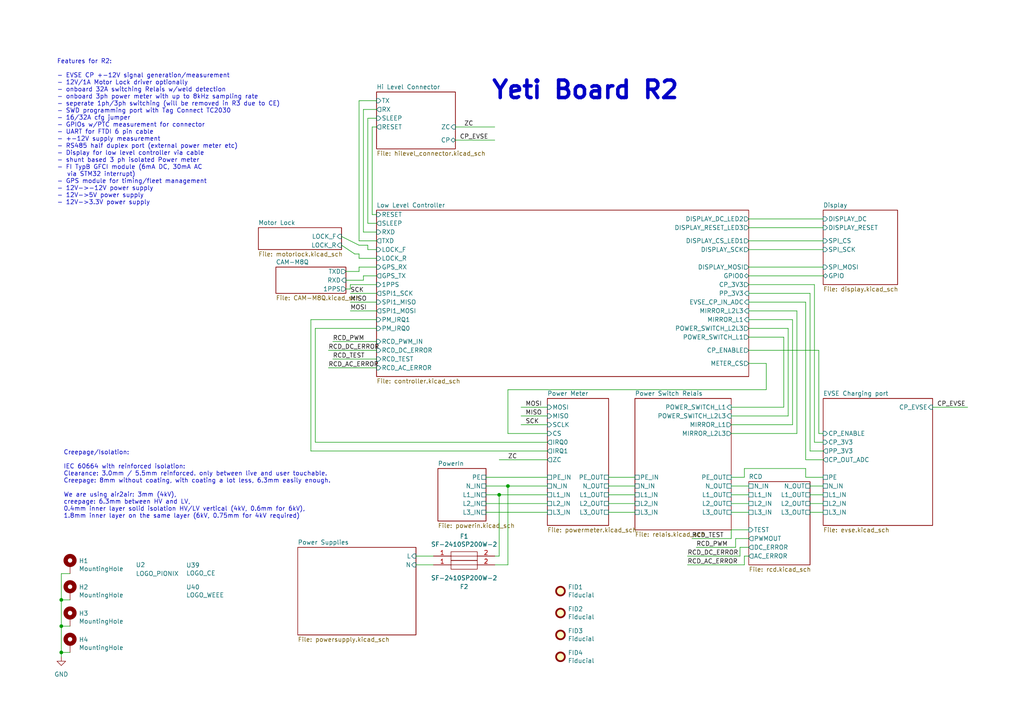
<source format=kicad_sch>
(kicad_sch (version 20211123) (generator eeschema)
  (paper "A4")
  (title_block (title "Yeti Board") (date "2021-05-14") (rev "02") (company "Pionix GmbH") (comment 1 "Cornelius Claussen"))
  (lib_symbols
    (symbol "Mechanical:Fiducial"
      (property "Reference" "FID" (at 0 5.08 0))
      (property "Value" "Fiducial" (at 0 3.175 0))
      (symbol "Fiducial_0_1"
        (circle (center 0 0) (radius 1.27) (stroke (width 0.508)) (fill (type background)))
      )
    )
    (symbol "Mechanical:MountingHole_Pad" (pin_numbers hide) (pin_names (offset 1.016) hide)
      (property "Reference" "H" (at 0 6.35 0))
      (property "Value" "MountingHole_Pad" (at 0 4.445 0))
      (symbol "MountingHole_Pad_0_1"
        (circle (center 0 1.27) (radius 1.27) (stroke (width 1.27)))
      )
      (symbol "MountingHole_Pad_1_1"
        (pin input line (at 0 -2.54 90) (length 2.54) (name "1") (number "1"))
      )
    )
    (symbol "ev-devboard:LOGO_CE" (pin_names (offset 1.016))
      (property "Reference" "U" (at 0 1.27 0))
      (property "Value" "LOGO_CE" (at 0 0 0))
    )
    (symbol "ev-devboard:LOGO_PIONIX" (pin_names (offset 1.016))
      (property "Reference" "U" (at 0 2.54 0))
      (property "Value" "LOGO_PIONIX" (at 0 -2.54 0))
    )
    (symbol "ev-devboard:LOGO_WEEE" (pin_names (offset 1.016))
      (property "Reference" "U" (at 0 1.27 0))
      (property "Value" "LOGO_WEEE" (at 0 0 0))
    )
    (symbol "ev-devboard:SF-2410SP200W" (pin_names (offset 0.762))
      (property "Reference" "F" (at -2.54 5.08 0))
      (property "Value" "SF-2410SP200W" (at -10.16 2.54 0))
      (symbol "SF-2410SP200W_0_0"
        (pin passive line (at -10.16 0 0) (length 5.08) (name "~") (number "1"))
        (pin passive line (at 7.62 0 180) (length 5.08) (name "~") (number "2"))
      )
      (symbol "SF-2410SP200W_0_1"
        (polyline (pts (xy -5.08 0) (xy 2.54 0)) (stroke (width 0.1524)))
        (polyline (pts (xy -5.08 1.27) (xy 2.54 1.27) (xy 2.54 -1.27) (xy -5.08 -1.27) (xy -5.08 1.27)) (stroke (width 0.1524)))
      )
    )
    (symbol "power:GND" (power) (pin_names (offset 0))
      (property "Value" "GND" (at 0 -3.81 0))
      (symbol "GND_0_1"
        (polyline (pts (xy 0 0) (xy 0 -1.27) (xy 1.27 -1.27) (xy 0 -2.54) (xy -1.27 -1.27) (xy 0 -1.27)))
      )
      (symbol "GND_1_1"
        (pin power_in line (at 0 0 270) (length 0) hide (name "GND") (number "1"))
      )
    )
  )
  (junction (at 147.32 140.97))
  (junction (at 17.78 173.99))
  (junction (at 17.78 189.23))
  (junction (at 144.78 143.51))
  (junction (at 17.78 181.61))
  (wire (pts (xy 105.41 31.75) (xy 109.22 31.75)))
  (wire (pts (xy 234.95 85.09) (xy 234.95 130.81)))
  (wire (pts (xy 231.14 125.73) (xy 231.14 90.17)))
  (wire (pts (xy 212.09 148.59) (xy 217.17 148.59)))
  (wire (pts (xy 104.14 69.85) (xy 109.22 69.85)))
  (wire (pts (xy 147.32 113.03) (xy 222.25 113.03)))
  (wire (pts (xy 107.95 36.83) (xy 109.22 36.83)))
  (wire (pts (xy 95.25 101.6) (xy 109.22 101.6)))
  (wire (pts (xy 236.22 128.27) (xy 238.76 128.27)))
  (wire (pts (xy 101.6 83.82) (xy 101.6 82.55)))
  (wire (pts (xy 147.32 140.97) (xy 158.75 140.97)))
  (wire (pts (xy 229.87 92.71) (xy 217.17 92.71)))
  (wire (pts (xy 217.17 77.47) (xy 238.76 77.47)))
  (wire (pts (xy 176.53 148.59) (xy 184.15 148.59)))
  (wire (pts (xy 144.78 161.29) (xy 144.78 143.51)))
  (wire (pts (xy 106.68 71.12) (xy 106.68 72.39)))
  (wire (pts (xy 104.14 71.12) (xy 106.68 71.12)))
  (wire (pts (xy 90.17 92.71) (xy 109.22 92.71)))
  (wire (pts (xy 90.17 130.81) (xy 90.17 92.71)))
  (wire (pts (xy 217.17 87.63) (xy 233.68 87.63)))
  (wire (pts (xy 199.39 161.29) (xy 214.63 161.29)))
  (wire (pts (xy 17.78 189.23) (xy 20.32 189.23)))
  (wire (pts (xy 109.22 29.21) (xy 104.14 29.21)))
  (wire (pts (xy 109.22 104.14) (xy 96.52 104.14)))
  (wire (pts (xy 214.63 158.75) (xy 214.63 161.29)))
  (wire (pts (xy 217.17 97.79) (xy 227.33 97.79)))
  (wire (pts (xy 91.44 128.27) (xy 91.44 95.25)))
  (wire (pts (xy 234.95 140.97) (xy 238.76 140.97)))
  (wire (pts (xy 147.32 163.83) (xy 147.32 140.97)))
  (wire (pts (xy 101.6 82.55) (xy 109.22 82.55)))
  (wire (pts (xy 106.68 34.29) (xy 106.68 64.77)))
  (wire (pts (xy 215.9 161.29) (xy 215.9 163.83)))
  (wire (pts (xy 212.09 146.05) (xy 217.17 146.05)))
  (wire (pts (xy 104.14 77.47) (xy 109.22 77.47)))
  (wire (pts (xy 101.6 87.63) (xy 109.22 87.63)))
  (wire (pts (xy 158.75 125.73) (xy 147.32 125.73)))
  (wire (pts (xy 109.22 74.93) (xy 104.14 74.93)))
  (wire (pts (xy 199.39 163.83) (xy 215.9 163.83)))
  (wire (pts (xy 233.68 133.35) (xy 238.76 133.35)))
  (wire (pts (xy 104.14 73.66) (xy 102.87 73.66)))
  (wire (pts (xy 100.33 78.74) (xy 104.14 78.74)))
  (wire (pts (xy 132.08 36.83) (xy 143.51 36.83)))
  (wire (pts (xy 17.78 181.61) (xy 17.78 189.23)))
  (wire (pts (xy 109.22 34.29) (xy 106.68 34.29)))
  (wire (pts (xy 158.75 130.81) (xy 90.17 130.81)))
  (wire (pts (xy 99.06 71.12) (xy 102.87 73.66)))
  (wire (pts (xy 106.68 72.39) (xy 109.22 72.39)))
  (wire (pts (xy 217.17 101.6) (xy 237.49 101.6)))
  (wire (pts (xy 96.52 99.06) (xy 109.22 99.06)))
  (wire (pts (xy 227.33 118.11) (xy 212.09 118.11)))
  (wire (pts (xy 158.75 128.27) (xy 91.44 128.27)))
  (wire (pts (xy 104.14 78.74) (xy 104.14 77.47)))
  (wire (pts (xy 140.97 140.97) (xy 147.32 140.97)))
  (wire (pts (xy 237.49 125.73) (xy 238.76 125.73)))
  (wire (pts (xy 213.36 156.21) (xy 217.17 156.21)))
  (wire (pts (xy 17.78 166.37) (xy 17.78 173.99)))
  (wire (pts (xy 132.08 40.64) (xy 143.51 40.64)))
  (wire (pts (xy 214.63 158.75) (xy 217.17 158.75)))
  (wire (pts (xy 228.6 95.25) (xy 217.17 95.25)))
  (wire (pts (xy 212.09 138.43) (xy 215.9 138.43)))
  (wire (pts (xy 227.33 97.79) (xy 227.33 118.11)))
  (wire (pts (xy 215.9 135.89) (xy 233.68 135.89)))
  (wire (pts (xy 100.33 81.28) (xy 105.41 81.28)))
  (wire (pts (xy 213.36 158.75) (xy 201.93 158.75)))
  (wire (pts (xy 213.36 156.21) (xy 213.36 158.75)))
  (wire (pts (xy 217.17 140.97) (xy 212.09 140.97)))
  (wire (pts (xy 176.53 143.51) (xy 184.15 143.51)))
  (wire (pts (xy 212.09 120.65) (xy 228.6 120.65)))
  (wire (pts (xy 234.95 143.51) (xy 238.76 143.51)))
  (wire (pts (xy 109.22 67.31) (xy 105.41 67.31)))
  (wire (pts (xy 105.41 80.01) (xy 109.22 80.01)))
  (wire (pts (xy 107.95 36.83) (xy 107.95 62.23)))
  (wire (pts (xy 158.75 118.11) (xy 151.13 118.11)))
  (wire (pts (xy 238.76 66.04) (xy 217.17 66.04)))
  (wire (pts (xy 101.6 85.09) (xy 109.22 85.09)))
  (wire (pts (xy 217.17 85.09) (xy 234.95 85.09)))
  (wire (pts (xy 17.78 181.61) (xy 20.32 181.61)))
  (wire (pts (xy 101.6 90.17) (xy 109.22 90.17)))
  (wire (pts (xy 105.41 81.28) (xy 105.41 80.01)))
  (wire (pts (xy 184.15 146.05) (xy 176.53 146.05)))
  (wire (pts (xy 17.78 189.23) (xy 17.78 190.5)))
  (wire (pts (xy 143.51 163.83) (xy 147.32 163.83)))
  (wire (pts (xy 238.76 72.39) (xy 217.17 72.39)))
  (wire (pts (xy 217.17 63.5) (xy 238.76 63.5)))
  (wire (pts (xy 91.44 95.25) (xy 109.22 95.25)))
  (wire (pts (xy 234.95 146.05) (xy 238.76 146.05)))
  (wire (pts (xy 217.17 105.41) (xy 222.25 105.41)))
  (wire (pts (xy 105.41 31.75) (xy 105.41 67.31)))
  (wire (pts (xy 238.76 80.01) (xy 217.17 80.01)))
  (wire (pts (xy 106.68 64.77) (xy 109.22 64.77)))
  (wire (pts (xy 140.97 138.43) (xy 158.75 138.43)))
  (wire (pts (xy 104.14 74.93) (xy 104.14 73.66)))
  (wire (pts (xy 120.65 163.83) (xy 125.73 163.83)))
  (wire (pts (xy 231.14 90.17) (xy 217.17 90.17)))
  (wire (pts (xy 99.06 68.58) (xy 104.14 71.12)))
  (wire (pts (xy 158.75 123.19) (xy 151.13 123.19)))
  (wire (pts (xy 158.75 133.35) (xy 144.78 133.35)))
  (wire (pts (xy 228.6 120.65) (xy 228.6 95.25)))
  (wire (pts (xy 233.68 135.89) (xy 233.68 138.43)))
  (wire (pts (xy 109.22 62.23) (xy 107.95 62.23)))
  (wire (pts (xy 237.49 101.6) (xy 237.49 125.73)))
  (wire (pts (xy 125.73 161.29) (xy 120.65 161.29)))
  (wire (pts (xy 104.14 29.21) (xy 104.14 69.85)))
  (wire (pts (xy 222.25 105.41) (xy 222.25 113.03)))
  (wire (pts (xy 143.51 161.29) (xy 144.78 161.29)))
  (wire (pts (xy 270.51 118.11) (xy 280.67 118.11)))
  (wire (pts (xy 176.53 138.43) (xy 184.15 138.43)))
  (wire (pts (xy 109.22 106.68) (xy 95.25 106.68)))
  (wire (pts (xy 212.09 123.19) (xy 229.87 123.19)))
  (wire (pts (xy 217.17 161.29) (xy 215.9 161.29)))
  (wire (pts (xy 144.78 143.51) (xy 158.75 143.51)))
  (wire (pts (xy 212.09 153.67) (xy 217.17 153.67)))
  (wire (pts (xy 212.09 143.51) (xy 217.17 143.51)))
  (wire (pts (xy 184.15 140.97) (xy 176.53 140.97)))
  (wire (pts (xy 17.78 173.99) (xy 20.32 173.99)))
  (wire (pts (xy 238.76 130.81) (xy 234.95 130.81)))
  (wire (pts (xy 217.17 69.85) (xy 238.76 69.85)))
  (wire (pts (xy 215.9 138.43) (xy 215.9 135.89)))
  (wire (pts (xy 140.97 143.51) (xy 144.78 143.51)))
  (wire (pts (xy 158.75 120.65) (xy 151.13 120.65)))
  (wire (pts (xy 233.68 138.43) (xy 238.76 138.43)))
  (wire (pts (xy 140.97 148.59) (xy 158.75 148.59)))
  (wire (pts (xy 229.87 123.19) (xy 229.87 92.71)))
  (wire (pts (xy 236.22 82.55) (xy 217.17 82.55)))
  (wire (pts (xy 212.09 125.73) (xy 231.14 125.73)))
  (wire (pts (xy 101.6 83.82) (xy 100.33 83.82)))
  (wire (pts (xy 236.22 82.55) (xy 236.22 128.27)))
  (wire (pts (xy 140.97 146.05) (xy 158.75 146.05)))
  (wire (pts (xy 212.09 156.21) (xy 200.66 156.21)))
  (wire (pts (xy 234.95 148.59) (xy 238.76 148.59)))
  (wire (pts (xy 233.68 87.63) (xy 233.68 133.35)))
  (wire (pts (xy 147.32 125.73) (xy 147.32 113.03)))
  (wire (pts (xy 20.32 166.37) (xy 17.78 166.37)))
  (wire (pts (xy 17.78 173.99) (xy 17.78 181.61)))
  (wire (pts (xy 212.09 153.67) (xy 212.09 156.21)))
  (text "Features for R2:\n\n- EVSE CP +-12V signal generation/measurement\n- 12V/1A Motor Lock driver optionally\n- onboard 32A switching Relais w/weld detection\n- onboard 3ph power meter with up to 8kHz sampling rate\n- seperate 1ph/3ph switching (will be removed in R3 due to CE)\n- SWD programming port with Tag Connect TC2030\n- 16/32A cfg jumper\n- GPIOs w/PTC measurement for connector\n- UART for FTDI 6 pin cable\n- +-12V supply measurement\n- RS485 half duplex port (external power meter etc)\n- Display for low level controller via cable\n- shunt based 3 ph isolated Power meter\n- FI TypB GFCI module (6mA DC, 30mA AC\n   via STM32 interrupt)\n- GPS module for timing/fleet management\n- 12V->-12V power supply\n- 12V->5V power supply\n- 12V->3.3V power supply\n\n" (at 16.51 61.595 0) (effects (font (size 1.27 1.27)) (justify left bottom)))
  (text "Yeti Board R2" (at 142.24 29.21 0) (effects (font (size 5.08 5.08) (thickness 1.016) bold) (justify left bottom)))
  (text "Creepage/Isolation:\n\nIEC 60664 with reinforced isolation:\nClearance: 3.0mm / 5.5mm reinforced. only between live and user touchable.\nCreepage: 8mm without coating, with coating a lot less, 6.3mm easily enough. \n\nWe are using air2air: 3mm (4kV), \ncreepage: 6.3mm between HV and LV, \n0.4mm inner layer solid isolation HV/LV vertical (4kV, 0.6mm for 6kV), \n1.8mm inner layer on the same layer (6kV, 0.75mm for 4kV required)" (at 18.415 150.495 0) (effects (font (size 1.27 1.27)) (justify left bottom)))
  (label "MOSI" (at 152.4 118.11 0))
  (label "RCD_PWM" (at 96.52 99.06 0))
  (label "RCD_PWM" (at 201.93 158.75 0))
  (label "RCD_TEST" (at 200.66 156.21 0))
  (label "ZC" (at 134.62 36.83 0))
  (label "CP_EVSE" (at 133.35 40.64 0))
  (label "RCD_AC_ERROR" (at 199.39 163.83 0))
  (label "CP_EVSE" (at 271.78 118.11 0))
  (label "MOSI" (at 101.6 90.17 0))
  (label "ZC" (at 147.32 133.35 0))
  (label "RCD_DC_ERROR" (at 199.39 161.29 0))
  (label "RCD_AC_ERROR" (at 95.25 106.68 0))
  (label "MISO" (at 152.4 120.65 0))
  (label "SCK" (at 101.6 85.09 0))
  (label "SCK" (at 152.4 123.19 0))
  (label "RCD_TEST" (at 96.52 104.14 0))
  (label "RCD_DC_ERROR" (at 95.25 101.6 0))
  (label "MISO" (at 101.6 87.63 0))
  (symbol (lib_id "Mechanical:Fiducial") (at 162.56 171.45 0) (unit 1)
    (property "Reference" "FID1" (at 164.719 170.2816 0) (effects (justify left)))
    (property "Value" "Fiducial" (at 164.719 172.593 0) (effects (justify left)))
    (property "Footprint" "Fiducial:Fiducial_1mm_Mask3mm" (effects hide))
  )
  (symbol (lib_id "Mechanical:Fiducial") (at 162.56 177.8 0) (unit 1)
    (property "Reference" "FID2" (at 164.719 176.6316 0) (effects (justify left)))
    (property "Value" "Fiducial" (at 164.719 178.943 0) (effects (justify left)))
    (property "Footprint" "Fiducial:Fiducial_1mm_Mask3mm" (effects hide))
  )
  (symbol (lib_id "Mechanical:Fiducial") (at 162.56 184.15 0) (unit 1)
    (property "Reference" "FID3" (at 164.719 182.9816 0) (effects (justify left)))
    (property "Value" "Fiducial" (at 164.719 185.293 0) (effects (justify left)))
    (property "Footprint" "Fiducial:Fiducial_1mm_Mask3mm" (effects hide))
  )
  (symbol (lib_id "Mechanical:Fiducial") (at 162.56 190.5 0) (unit 1)
    (property "Reference" "FID4" (at 164.719 189.3316 0) (effects (justify left)))
    (property "Value" "Fiducial" (at 164.719 191.643 0) (effects (justify left)))
    (property "Footprint" "Fiducial:Fiducial_1mm_Mask3mm" (effects hide))
  )
  (symbol (lib_id "Mechanical:MountingHole_Pad") (at 20.32 163.83 0) (unit 1)
    (property "Reference" "H1" (at 22.86 162.6616 0) (effects (justify left)))
    (property "Value" "MountingHole" (at 22.86 164.973 0) (effects (justify left)))
    (property "Footprint" "MountingHole:MountingHole_3.2mm_M3_ISO7380_Pad_TopBottom" (effects hide))
  )
  (symbol (lib_id "Mechanical:MountingHole_Pad") (at 20.32 171.45 0) (unit 1)
    (property "Reference" "H2" (at 22.86 170.2816 0) (effects (justify left)))
    (property "Value" "MountingHole" (at 22.86 172.593 0) (effects (justify left)))
    (property "Footprint" "MountingHole:MountingHole_3.2mm_M3_ISO7380_Pad_TopBottom" (effects hide))
  )
  (symbol (lib_id "Mechanical:MountingHole_Pad") (at 20.32 179.07 0) (unit 1)
    (property "Reference" "H3" (at 22.86 177.9016 0) (effects (justify left)))
    (property "Value" "MountingHole" (at 22.86 180.213 0) (effects (justify left)))
    (property "Footprint" "MountingHole:MountingHole_3.2mm_M3_ISO7380_Pad_TopBottom" (effects hide))
  )
  (symbol (lib_id "Mechanical:MountingHole_Pad") (at 20.32 186.69 0) (unit 1)
    (property "Reference" "H4" (at 22.86 185.5216 0) (effects (justify left)))
    (property "Value" "MountingHole" (at 22.86 187.833 0) (effects (justify left)))
    (property "Footprint" "MountingHole:MountingHole_3.2mm_M3_ISO7380_Pad_TopBottom" (effects hide))
  )
  (symbol (lib_id "ev-devboard:LOGO_CE") (at 53.34 165.1 0) (unit 1)
    (property "Reference" "U39" (at 53.975 163.9316 0) (effects (justify left)))
    (property "Value" "LOGO_CE" (at 53.975 166.243 0) (effects (justify left)))
    (property "Footprint" "ev-devboard:CE-Logo_8.5x6mm_SilkScreen" (effects hide))
  )
  (symbol (lib_id "ev-devboard:LOGO_WEEE") (at 53.34 171.45 0) (unit 1)
    (property "Reference" "U40" (at 53.975 170.2816 0) (effects (justify left)))
    (property "Value" "LOGO_WEEE" (at 53.975 172.593 0) (effects (justify left)))
    (property "Footprint" "ev-devboard:WEEE-Logo_4.2x6mm_SilkScreen" (effects hide))
  )
  (symbol (lib_id "ev-devboard:SF-2410SP200W") (at 135.89 161.29 0) (unit 1)
    (property "Reference" "F1" (at 134.62 155.575 0))
    (property "Value" "SF-2410SP200W-2" (at 134.62 157.8864 0))
    (property "Footprint" "ev-devboard:FUSC6125X236N" (effects hide))
    (property "Datasheet" "https://componentsearchengine.com/Datasheets/2/SF-2410SP100W-2.pdf" (effects hide))
    (property "Description" "Surface Mount Fuses 2.0A Time Lag 2410 SinglFuse" (effects hide))
    (property "Height" "2.36" (effects hide))
    (property "Mouser Part Number" "652-SF-2410SP200W-2" (effects hide))
    (property "Mouser Price/Stock" "https://www.mouser.co.uk/ProductDetail/Bourns/SF-2410SP100W-2/?qs=55YtniHzbhCQgDMdNawfkw%3D%3D" (effects hide))
    (property "Manufacturer_Name" "Bourns" (effects hide))
    (property "Manufacturer_Part_Number" "SF-2410SP200W-2" (effects hide))
  )
  (symbol (lib_id "ev-devboard:SF-2410SP200W") (at 135.89 163.83 0) (unit 1)
    (property "Reference" "F2" (at 134.62 170.18 0))
    (property "Value" "SF-2410SP200W-2" (at 134.62 167.64 0))
    (property "Footprint" "ev-devboard:FUSC6125X236N" (effects hide))
    (property "Datasheet" "https://componentsearchengine.com/Datasheets/2/SF-2410SP100W-2.pdf" (effects hide))
    (property "Description" "Surface Mount Fuses 2.0A Time Lag 2410 SinglFuse" (effects hide))
    (property "Height" "2.36" (effects hide))
    (property "Mouser Part Number" "652-SF-2410SP200W-2" (effects hide))
    (property "Mouser Price/Stock" "https://www.mouser.co.uk/ProductDetail/Bourns/SF-2410SP100W-2/?qs=55YtniHzbhCQgDMdNawfkw%3D%3D" (effects hide))
    (property "Manufacturer_Name" "Bourns" (effects hide))
    (property "Manufacturer_Part_Number" "SF-2410SP200W-2" (effects hide))
  )
  (symbol (lib_id "ev-devboard:LOGO_PIONIX") (at 39.37 165.1 0) (unit 1)
    (property "Reference" "U2" (at 39.37 163.83 0) (effects (justify left)))
    (property "Value" "LOGO_PIONIX" (at 39.37 166.37 0) (effects (justify left)))
    (property "Footprint" "ev-devboard:pionix-logo" (effects hide))
  )
  (symbol (lib_id "power:GND") (at 17.78 190.5 0) (unit 1)
    (property "Reference" "#PWR0112" (effects hide))
    (property "Value" "GND" (at 17.78 195.58 0))
  )
  (sheet (at 127 135.89) (size 13.97 15.24)
    (property "Sheet name" "PowerIn" (at 127 135.1784 0) (effects (justify left bottom)))
    (property "Sheet file" "powerin.kicad_sch" (at 127 151.7146 0) (effects (justify left top)))
    (pin "PE" passive (at 140.97 138.43 0))
    (pin "N_IN" passive (at 140.97 140.97 0))
    (pin "L1_IN" passive (at 140.97 143.51 0))
    (pin "L2_IN" passive (at 140.97 146.05 0))
    (pin "L3_IN" passive (at 140.97 148.59 0))
  )
  (sheet (at 238.76 115.57) (size 31.75 36.83)
    (property "Sheet name" "EVSE Charging port" (at 238.76 114.8584 0) (effects (justify left bottom)))
    (property "Sheet file" "evse.kicad_sch" (at 238.76 152.9846 0) (effects (justify left top)))
    (pin "PE" passive (at 238.76 138.43 180))
    (pin "N_IN" passive (at 238.76 140.97 180))
    (pin "L1_IN" passive (at 238.76 143.51 180))
    (pin "L2_IN" passive (at 238.76 146.05 180))
    (pin "L3_IN" passive (at 238.76 148.59 180))
    (pin "CP_3V3" input (at 238.76 128.27 180))
    (pin "PP_3V3" output (at 238.76 130.81 180))
    (pin "CP_OUT_ADC" output (at 238.76 133.35 180))
    (pin "CP_EVSE" input (at 270.51 118.11 0))
    (pin "CP_ENABLE" input (at 238.76 125.73 180))
  )
  (sheet (at 184.15 115.57) (size 27.94 38.1)
    (property "Sheet name" "Power Switch Relais" (at 184.15 114.8584 0) (effects (justify left bottom)))
    (property "Sheet file" "relais.kicad_sch" (at 184.15 154.2546 0) (effects (justify left top)))
    (pin "N_OUT" passive (at 212.09 140.97 0))
    (pin "L1_OUT" passive (at 212.09 143.51 0))
    (pin "L2_OUT" passive (at 212.09 146.05 0))
    (pin "L3_OUT" passive (at 212.09 148.59 0))
    (pin "PE_IN" passive (at 184.15 138.43 180))
    (pin "N_IN" passive (at 184.15 140.97 180))
    (pin "L1_IN" passive (at 184.15 143.51 180))
    (pin "L2_IN" passive (at 184.15 146.05 180))
    (pin "L3_IN" passive (at 184.15 148.59 180))
    (pin "PE_OUT" passive (at 212.09 138.43 0))
    (pin "POWER_SWITCH_L1" input (at 212.09 118.11 0))
    (pin "POWER_SWITCH_L2L3" input (at 212.09 120.65 0))
    (pin "MIRROR_L1" output (at 212.09 123.19 0))
    (pin "MIRROR_L2L3" output (at 212.09 125.73 0))
  )
  (sheet (at 158.75 115.57) (size 17.78 36.83)
    (property "Sheet name" "Power Meter" (at 158.75 114.8584 0) (effects (justify left bottom)))
    (property "Sheet file" "powermeter.kicad_sch" (at 158.75 152.9846 0) (effects (justify left top)))
    (pin "N_IN" passive (at 158.75 140.97 180))
    (pin "L1_IN" passive (at 158.75 143.51 180))
    (pin "L2_IN" passive (at 158.75 146.05 180))
    (pin "L3_IN" passive (at 158.75 148.59 180))
    (pin "N_OUT" passive (at 176.53 140.97 0))
    (pin "L1_OUT" passive (at 176.53 143.51 0))
    (pin "L2_OUT" passive (at 176.53 146.05 0))
    (pin "L3_OUT" passive (at 176.53 148.59 0))
    (pin "PE_OUT" passive (at 176.53 138.43 0))
    (pin "PE_IN" passive (at 158.75 138.43 180))
    (pin "MOSI" input (at 158.75 118.11 180))
    (pin "MISO" input (at 158.75 120.65 180))
    (pin "SCLK" input (at 158.75 123.19 180))
    (pin "CS" input (at 158.75 125.73 180))
    (pin "IRQ0" output (at 158.75 128.27 180))
    (pin "IRQ1" output (at 158.75 130.81 180))
    (pin "ZC" output (at 158.75 133.35 180))
  )
  (sheet (at 109.22 60.96) (size 107.95 48.26)
    (property "Sheet name" "Low Level Controller" (at 109.22 60.2484 0) (effects (justify left bottom)))
    (property "Sheet file" "controller.kicad_sch" (at 109.22 109.8046 0) (effects (justify left top)))
    (pin "CP_3V3" output (at 217.17 82.55 0))
    (pin "PP_3V3" input (at 217.17 85.09 0))
    (pin "EVSE_CP_IN_ADC" input (at 217.17 87.63 0))
    (pin "POWER_SWITCH_L1" output (at 217.17 97.79 0))
    (pin "POWER_SWITCH_L2L3" output (at 217.17 95.25 0))
    (pin "MIRROR_L1" input (at 217.17 92.71 0))
    (pin "MIRROR_L2L3" input (at 217.17 90.17 0))
    (pin "SPI1_SCK" output (at 109.22 85.09 180))
    (pin "SPI1_MISO" input (at 109.22 87.63 180))
    (pin "SPI1_MOSI" output (at 109.22 90.17 180))
    (pin "LOCK_F" input (at 109.22 72.39 180))
    (pin "LOCK_R" input (at 109.22 74.93 180))
    (pin "METER_CS" output (at 217.17 105.41 0))
    (pin "TXD" output (at 109.22 69.85 180))
    (pin "RXD" input (at 109.22 67.31 180))
    (pin "RCD_PWM_IN" input (at 109.22 99.06 180))
    (pin "RCD_TEST" input (at 109.22 104.14 180))
    (pin "RCD_DC_ERROR" input (at 109.22 101.6 180))
    (pin "RCD_AC_ERROR" input (at 109.22 106.68 180))
    (pin "PM_IRQ0" input (at 109.22 95.25 180))
    (pin "PM_IRQ1" input (at 109.22 92.71 180))
    (pin "RESET" input (at 109.22 62.23 180))
    (pin "SLEEP" output (at 109.22 64.77 180))
    (pin "DISPLAY_DC_LED2" output (at 217.17 63.5 0))
    (pin "DISPLAY_RESET_LED3" output (at 217.17 66.04 0))
    (pin "DISPLAY_CS_LED1" output (at 217.17 69.85 0))
    (pin "GPIO0" bidirectional (at 217.17 80.01 0))
    (pin "GPS_RX" input (at 109.22 77.47 180))
    (pin "GPS_TX" output (at 109.22 80.01 180))
    (pin "DISPLAY_SCK" output (at 217.17 72.39 0))
    (pin "DISPLAY_MOSI" output (at 217.17 77.47 0))
    (pin "CP_ENABLE" output (at 217.17 101.6 0))
    (pin "1PPS" input (at 109.22 82.55 180))
  )
  (sheet (at 217.17 139.7) (size 17.78 24.13)
    (property "Sheet name" "RCD" (at 217.17 138.9884 0) (effects (justify left bottom)))
    (property "Sheet file" "rcd.kicad_sch" (at 217.17 164.4146 0) (effects (justify left top)))
    (pin "N_IN" passive (at 217.17 140.97 180))
    (pin "L1_IN" passive (at 217.17 143.51 180))
    (pin "L2_IN" passive (at 217.17 146.05 180))
    (pin "L3_IN" passive (at 217.17 148.59 180))
    (pin "N_OUT" passive (at 234.95 140.97 0))
    (pin "L1_OUT" passive (at 234.95 143.51 0))
    (pin "L2_OUT" passive (at 234.95 146.05 0))
    (pin "L3_OUT" passive (at 234.95 148.59 0))
    (pin "TEST" input (at 217.17 153.67 180))
    (pin "PWMOUT" output (at 217.17 156.21 180))
    (pin "DC_ERROR" output (at 217.17 158.75 180))
    (pin "AC_ERROR" output (at 217.17 161.29 180))
  )
  (sheet (at 86.36 158.75) (size 34.29 25.4)
    (property "Sheet name" "Power Supplies" (at 86.36 158.0384 0) (effects (justify left bottom)))
    (property "Sheet file" "powersupply.kicad_sch" (at 86.36 184.7346 0) (effects (justify left top)))
    (pin "L" input (at 120.65 161.29 0))
    (pin "N" input (at 120.65 163.83 0))
  )
  (sheet (at 74.93 66.04) (size 24.13 6.35)
    (property "Sheet name" "Motor Lock" (at 74.93 65.3284 0) (effects (justify left bottom)))
    (property "Sheet file" "motorlock.kicad_sch" (at 74.93 72.9746 0) (effects (justify left top)))
    (pin "LOCK_R" input (at 99.06 71.12 0))
    (pin "LOCK_F" input (at 99.06 68.58 0))
  )
  (sheet (at 238.76 60.96) (size 21.59 21.59)
    (property "Sheet name" "Display" (at 238.76 60.2484 0) (effects (justify left bottom)))
    (property "Sheet file" "display.kicad_sch" (at 238.76 83.1346 0) (effects (justify left top)))
    (pin "DISPLAY_DC" input (at 238.76 63.5 180))
    (pin "DISPLAY_RESET" input (at 238.76 66.04 180))
    (pin "SPI_CS" input (at 238.76 69.85 180))
    (pin "SPI_SCK" input (at 238.76 72.39 180))
    (pin "SPI_MOSI" input (at 238.76 77.47 180))
    (pin "GPIO" bidirectional (at 238.76 80.01 180))
  )
  (sheet (at 109.22 26.67) (size 22.86 16.51)
    (property "Sheet name" "Hi Level Connector" (at 109.22 25.9584 0) (effects (justify left bottom)))
    (property "Sheet file" "hilevel_connector.kicad_sch" (at 109.22 43.7646 0) (effects (justify left top)))
    (pin "TX" input (at 109.22 29.21 180))
    (pin "RX" output (at 109.22 31.75 180))
    (pin "ZC" input (at 132.08 36.83 0))
    (pin "CP" bidirectional (at 132.08 40.64 0))
    (pin "SLEEP" input (at 109.22 34.29 180))
    (pin "RESET" output (at 109.22 36.83 180))
  )
  (sheet (at 80.01 77.47) (size 20.32 7.62)
    (property "Sheet name" "CAM-M8Q" (at 80.01 76.7584 0) (effects (justify left bottom)))
    (property "Sheet file" "CAM-M8Q.kicad_sch" (at 80.01 85.6746 0) (effects (justify left top)))
    (pin "RXD" input (at 100.33 81.28 0))
    (pin "TXD" output (at 100.33 78.74 0))
    (pin "1PPS" output (at 100.33 83.82 0))
  )
)
</source>
